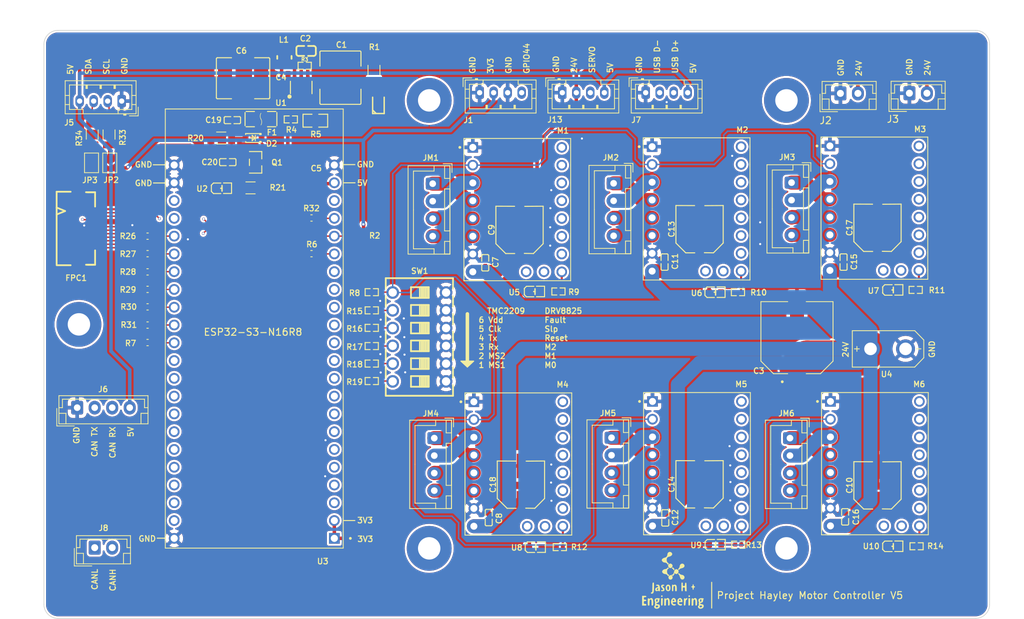
<source format=kicad_pcb>
(kicad_pcb (version 20211014) (generator pcbnew)
  (layers (0 "F.Cu" power) (1 "In1.Cu" signal) (2 "In2.Cu" signal) (31 "B.Cu" power) (34 "B.Paste" user) (35 "F.Paste" user) (36 "B.SilkS" user "B.Silkscreen") (37 "F.SilkS" user "F.Silkscreen") (38 "B.Mask" user) (39 "F.Mask" user) (44 "Edge.Cuts" user))
  (net 0 "")
  (net 1 "/24V")
  (net 2 "/3v3")
  (net 3 "GND")
  (net 4 "/P5")
  (net 5 "/P6")
  (net 6 "/P7")
  (net 7 "/P8")
  (net 8 "/P9")
  (net 9 "/P10")
  (net 10 "/P11")
  (net 11 "/P12")
  (net 12 "/P13")
  (net 13 "/P14")
  (net 14 "/P15")
  (net 15 "/P16")
  (net 16 "/SCL")
  (net 17 "/SDA")
  (net 18 "/USB_D+")
  (net 19 "/USB_D-")
  (net 20 "/MOSI")
  (net 21 "/MISO")
  (net 22 "/CLK")
  (net 23 "/SW")
  (net 24 "/CS6")
  (net 25 "/CS7")
  (net 26 "/CS8")
  (net 27 "/BST")
  (net 28 "/M22")
  (net 29 "/M21")
  (net 30 "/M23")
  (net 31 "/M24")
  (net 32 "/5V_reg")
  (net 33 "/CS12")
  (net 34 "/Spare_1")
  (net 35 "/CANL")
  (net 36 "/M32")
  (net 37 "/M31")
  (net 38 "/M33")
  (net 39 "/M34")
  (net 40 "/CANH")
  (net 41 "/M52")
  (net 42 "/M51")
  (net 43 "/M53")
  (net 44 "/M54")
  (net 45 "/INDEX_1")
  (net 46 "/M42")
  (net 47 "/M41")
  (net 48 "/M43")
  (net 49 "/M44")
  (net 50 "/INDEX_2")
  (net 51 "/M12")
  (net 52 "/M11")
  (net 53 "/M13")
  (net 54 "/M14")
  (net 55 "/INDEX_3")
  (net 56 "/CS9")
  (net 57 "/CS10")
  (net 58 "/CS11")
  (net 59 "/Servo")
  (net 60 "/INDEX_4")
  (net 61 "/INDEX_5")
  (net 62 "/INDEX_6")
  (net 63 "/DIAG_6")
  (net 64 "/DIAG_5")
  (net 65 "/DIAG_4")
  (net 66 "/DIAG_3")
  (net 67 "/DIAG_2")
  (net 68 "/DIAG_1")
  (net 69 "/EN")
  (net 70 "/FB")
  (net 71 "/MOSI_1")
  (net 72 "/CS12_1")
  (net 73 "/VDD_Fault")
  (net 74 "/TMC_EN_1")
  (net 75 "/TMC_EN_2")
  (net 76 "/TMC_EN_3")
  (net 77 "/TMC_EN_4")
  (net 78 "/TMC_EN_5")
  (net 79 "/TMC_EN_6")
  (net 80 "/CLK_SLP")
  (net 81 "/TX_Reset")
  (net 82 "/RX_M2")
  (net 83 "/MS2_M1")
  (net 84 "/MS1_M0")
  (net 85 "Net-(R1-Pad1)")
  (net 86 "/M62")
  (net 87 "/M61")
  (net 88 "/M63")
  (net 89 "/M64")
  (net 91 "Net-(R9-Pad2)")
  (net 92 "Net-(R10-Pad2)")
  (net 93 "Net-(R11-Pad2)")
  (net 94 "Net-(R12-Pad2)")
  (net 95 "Net-(R13-Pad2)")
  (net 96 "Net-(R14-Pad2)")
  (net 97 "Net-(JP2-Pad1)")
  (net 98 "Net-(JP3-Pad1)")
  (net 99 "/CAN_RX")
  (net 100 "/CAN_TX")
  (net 101 "/CS6_1")
  (net 102 "/CS7_1")
  (net 103 "/CS8_1")
  (net 104 "/CS9_1")
  (net 105 "/CS10_1")
  (net 106 "/CS11_1")
  (net 107 "/CLK_1")
  (net 108 "/5V")
  (net 109 "Net-(C20-Pad1)")
  (net 110 "Net-(R21-Pad2)")
  (footprint "5kR_250mW_yageo_RT1206BRD075KL_1206_C870818:RESC3116X65N" (layer "F.Cu") (at 124.1175 65.655 90)
    (fp_text reference "R1")
    (fp_text value "5kR, 0.25W")
  )
  (footprint "Capacitor_100uF_35V_75mA@120Hz_±20%_D6pt3xL5pt4mm_C3151830:Capacitor_100uF_35V_75mA@120Hz_±20%_D6pt3xL5pt4mm_C3151830" (layer "F.Cu") (at 144.9 88.5 90)
    (fp_text reference "C9")
    (fp_text value "RVT1V101M0605")
  )
  (footprint "Cap_MLCC_50V_22uF_X7R_2220_C784103:Cap_MLCC_50V_22uF_X7R_2220_C784103" (layer "F.Cu") (at 105.43 66.835 180)
    (fp_text reference "C6")
    (fp_text value "FS55X226K500EHG")
  )
  (footprint "33R_100mW_yageo_RC0603JR-0733RL_0603_C108407:RESC1608X55N" (layer "F.Cu") (at 91.8 91.9 180)
    (fp_text reference "R27")
    (fp_text value "33R, 0.1W")
  )
  (footprint "Resistor_ 100kΩ_62.5mW_50V_0402_C60491:Resistor_ 100kΩ_62.5mW_50V_0402_C60491" (layer "F.Cu") (at 123.8 97.4)
    (fp_text reference "R8")
    (fp_text value "RC0402FR-07100KL")
  )
  (footprint "Capacitor_100uF_35V_75mA@120Hz_±20%_D6pt3xL5pt4mm_C3151830:Capacitor_100uF_35V_75mA@120Hz_±20%_D6pt3xL5pt4mm_C3151830" (layer "F.Cu") (at 170.6 88.4 90)
    (fp_text reference "C13")
    (fp_text value "RVT1V101M0605")
  )
  (footprint "62.5mW_Resistor_50V_±1%_200Ω_0402_C25087:R0402" (layer "F.Cu") (at 201.45 97.075 180)
    (fp_text reference "R11")
    (fp_text value "0402WGF2000TCE")
  )
  (footprint "1kR_250mW_yageo_RC1206FR-071KL_1206_C131398:RESC3116X65N" (layer "F.Cu") (at 106.495 82.5 180)
    (fp_text reference "R21")
    (fp_text value "1kR, 0.25W")
  )
  (footprint "10kR_100mW_yageo_RC0603FR-0710KL_0603_C98220:RESC1607X60N" (layer "F.Cu") (at 121.9 89.4 180)
    (fp_text reference "R2")
    (fp_text value "10kR, 100mW")
  )
  (footprint "33R_100mW_yageo_RC0603JR-0733RL_0603_C108407:RESC1608X55N" (layer "F.Cu") (at 115.2 86.8 180)
    (fp_text reference "R32")
    (fp_text value "33R, 0.1W")
  )
  (footprint "470uF_35V_Alu_cap_panasonic_EEH-ZS1V471P_C403803:CAP_EEHZS1V471P" (layer "F.Cu") (at 184.5 103.9 90)
    (fp_text reference "C3")
    (fp_text value "470uF, 35V")
  )
  (footprint "33R_100mW_yageo_RC0603JR-0733RL_0603_C108407:RESC1608X55N" (layer "F.Cu") (at 115.2 91.9 180)
    (fp_text reference "R6")
    (fp_text value "33R, 0.1W")
  )
  (footprint "TDK cap_100nF_35V_C0402_C343047:C0402_L1.0-W0.5-H0.5" (layer "F.Cu") (at 103.245 78.825 180)
    (fp_text reference "C20")
    (fp_text value "CGA2B3X7R1V104KT0Y0F")
  )
  (footprint "62.5mW_Resistor_50V_±1%_200Ω_0402_C25087:R0402" (layer "F.Cu") (at 150.65 133.825 180)
    (fp_text reference "R12")
    (fp_text value "0402WGF2000TCE")
  )
  (footprint "Resistor_ 100kΩ_62.5mW_50V_0402_C60491:Resistor_ 100kΩ_62.5mW_50V_0402_C60491" (layer "F.Cu") (at 123.8 102.5)
    (fp_text reference "R16")
    (fp_text value "RC0402FR-07100KL")
  )
  (footprint "Blue_LED_5mA_456nm~476nm_130°_2.6V~3V_0603_C7371904:Blue_LED_5mA_456nm~476nm_130°_2.6V~3V_0603_C7371904" (layer "F.Cu") (at 147.025 97.3)
    (fp_text reference "U5")
    (fp_text value "XL-1608UBC-06A")
  )
  (footprint "Connector_JST:JST_EH_B2B-EH-A_1x02_P2.50mm_Vertical" (layer "F.Cu") (at 200.55 68.975)
    (fp_text reference "J3")
    (fp_text value "Conn_01x02_Female")
  )
  (footprint "5kR_250mW_yageo_RT1206BRD075KL_1206_C870818:RESC3116X65N" (layer "F.Cu") (at 86.3 74.88 90)
    (fp_text reference "R33")
    (fp_text value "5kR, 0.25W")
  )
  (footprint "Resistor_ 100kΩ_62.5mW_50V_0402_C60491:Resistor_ 100kΩ_62.5mW_50V_0402_C60491" (layer "F.Cu") (at 123.8 105.1)
    (fp_text reference "R17")
    (fp_text value "RC0402FR-07100KL")
  )
  (footprint "Resistor_ 100kΩ_62.5mW_50V_0402_C60491:Resistor_ 100kΩ_62.5mW_50V_0402_C60491" (layer "F.Cu") (at 123.8 110.1)
    (fp_text reference "R19")
    (fp_text value "RC0402FR-07100KL")
  )
  (footprint "Connector_JST:JST_PH_B4B-PH-K_1x04_P2.00mm_Vertical" (layer "F.Cu") (at 139.2 68.9)
    (fp_text reference "J1")
    (fp_text value "Conn_01x04_Female")
  )
  (footprint "33R_100mW_yageo_RC0603JR-0733RL_0603_C108407:RESC1608X55N" (layer "F.Cu") (at 91.8 104.6 180)
    (fp_text reference "R7")
    (fp_text value "33R, 0.1W")
  )
  (footprint "Connector_JST:JST_XH_B4B-XH-A_1x04_P2.50mm_Vertical" (layer "F.Cu") (at 132.725 118.25 -90)
    (fp_text reference "JM4")
    (fp_text value "Conn_01x04_Female")
  )
  (footprint "MountingHole:MountingHole_3.2mm_M3_Pad" (layer "F.Cu") (at 183 134)
    (fp_text reference "REF**" hide)
    (fp_text value "MountingHole_3.2mm_M3_Pad")
  )
  (footprint "TDK cap_100nF_35V_C0402_C343047:C0402_L1.0-W0.5-H0.5" (layer "F.Cu") (at 140.5 129.6 90)
    (fp_text reference "C8")
    (fp_text value "CGA2B3X7R1V104KT0Y0F")
  )
  (footprint "high_current_connector_amass_XT30UPB-M_C108769:XT30UPB-M" (layer "F.Cu") (at 197.5 105.5)
    (fp_text reference "U4")
    (fp_text value "XT30UPB-M")
  )
  (footprint "Resistor_ 100kΩ_62.5mW_50V_0402_C60491:Resistor_ 100kΩ_62.5mW_50V_0402_C60491" (layer "F.Cu") (at 123.8 107.6)
    (fp_text reference "R18")
    (fp_text value "RC0402FR-07100KL")
  )
  (footprint "62.5mW_Resistor_50V_±1%_200Ω_0402_C25087:R0402" (layer "F.Cu") (at 201.575 133.7 180)
    (fp_text reference "R14")
    (fp_text value "0402WGF2000TCE")
  )
  (footprint "MountingHole:MountingHole_3.2mm_M3_Pad" (layer "F.Cu") (at 183 70)
    (fp_text reference "REF**" hide)
    (fp_text value "MountingHole_3.2mm_M3_Pad")
  )
  (footprint "33R_100mW_yageo_RC0603JR-0733RL_0603_C108407:RESC1608X55N" (layer "F.Cu") (at 91.8 97 180)
    (fp_text reference "R29")
    (fp_text value "33R, 0.1W")
  )
  (footprint "Connector_JST:JST_XH_B4B-XH-A_1x04_P2.50mm_Vertical" (layer "F.Cu") (at 158.025 118.2 -90)
    (fp_text reference "JM5")
    (fp_text value "Conn_01x04_Female")
  )
  (footprint "Resistor_ 100kΩ_62.5mW_50V_0402_C60491:Resistor_ 100kΩ_62.5mW_50V_0402_C60491" (layer "F.Cu") (at 123.8 100)
    (fp_text reference "R15")
    (fp_text value "RC0402FR-07100KL")
  )
  (footprint "TMC2209_bigtreetech_V1_3:MODULE_TMC2209_SILENTSTEPSTICK" (layer "F.Cu") (at 195.6275 121.9)
    (fp_text reference "M6")
    (fp_text value "TMC2209_SILENTSTEPSTICK")
  )
  (footprint "100nf_cap_GCM155R71C104KA55J:CAPC1005X55N" (layer "F.Cu") (at 110.93 68.255 -90)
    (fp_text reference "C4")
    (fp_text value "GCM155R71C104KA55J")
  )
  (footprint "Capacitor_100uF_35V_75mA@120Hz_±20%_D6pt3xL5pt4mm_C3151830:Capacitor_100uF_35V_75mA@120Hz_±20%_D6pt3xL5pt4mm_C3151830" (layer "F.Cu") (at 196 88.2 90)
    (fp_text reference "C17")
    (fp_text value "RVT1V101M0605")
  )
  (footprint "TMC2209_bigtreetech_V1_3:MODULE_TMC2209_SILENTSTEPSTICK" (layer "F.Cu") (at 144.575 85.6025)
    (fp_text reference "M1")
    (fp_text value "TMC2209_SILENTSTEPSTICK")
  )
  (footprint "solder_jumpers:SolderJumper-2_P1.3mm_Open_TrianglePad1.0x1.5mm" (layer "F.Cu") (at 86.4 78.925 -90)
    (fp_text reference "JP2")
    (fp_text value "Jumper_2_Open")
  )
  (footprint "Capacitor_100uF_35V_75mA@120Hz_±20%_D6pt3xL5pt4mm_C3151830:Capacitor_100uF_35V_75mA@120Hz_±20%_D6pt3xL5pt4mm_C3151830" (layer "F.Cu") (at 145.1 124.9 90)
    (fp_text reference "C18")
    (fp_text value "RVT1V101M0605")
  )
  (footprint "ESP32-S3-DEVKITC-1-N8R2:XCVR_ESP32-S3-DEVKITC-1-N8R2" (layer "F.Cu") (at 107.0295 102.6 180)
    (fp_text reference "U3")
    (fp_text value "ESP32-S3-DEVKITC-1-N8R2")
  )
  (footprint "33R_100mW_yageo_RC0603JR-0733RL_0603_C108407:RESC1608X55N" (layer "F.Cu") (at 91.8 99.5 180)
    (fp_text reference "R30")
    (fp_text value "33R, 0.1W")
  )
  (footprint "Blue_LED_5mA_456nm~476nm_130°_2.6V~3V_0603_C7371904:Blue_LED_5mA_456nm~476nm_130°_2.6V~3V_0603_C7371904" (layer "F.Cu") (at 172.8 97.4)
    (fp_text reference "U6")
    (fp_text value "XL-1608UBC-06A")
  )
  (footprint "33R_100mW_yageo_RC0603JR-0733RL_0603_C108407:RESC1608X55N" (layer "F.Cu") (at 91.8 94.5 180)
    (fp_text reference "R28")
    (fp_text value "33R, 0.1W")
  )
  (footprint "TDK cap_100nF_35V_C0402_C343047:C0402_L1.0-W0.5-H0.5" (layer "F.Cu") (at 103.9025 72.825 180)
    (fp_text reference "C19")
    (fp_text value "CGA2B3X7R1V104KT0Y0F")
  )
  (footprint "Resistor_ 100kΩ_62.5mW_50V_0402_C60491:Resistor_ 100kΩ_62.5mW_50V_0402_C60491" (layer "F.Cu") (at 114.23 65.055)
    (fp_text reference "R3")
    (fp_text value "RC0402FR-07100KL")
  )
  (footprint "Blue_LED_5mA_456nm~476nm_130°_2.6V~3V_0603_C7371904:Blue_LED_5mA_456nm~476nm_130°_2.6V~3V_0603_C7371904" (layer "F.Cu") (at 198.175 97.075)
    (fp_text reference "U7")
    (fp_text value "XL-1608UBC-06A")
  )
  (footprint "Resistor_19kΩ_0.125W_150V_0805_C2930177:Resistor_19kΩ_0.125W_150V_0805_C2930177" (layer "F.Cu") (at 115.7475 72.9)
    (fp_text reference "R5")
    (fp_text value "FRC0805F1902TS")
  )
  (footprint "Connector_JST:JST_PH_B4B-PH-K_1x04_P2.00mm_Vertical" (layer "F.Cu") (at 151 68.9)
    (fp_text reference "J13")
    (fp_text value "Conn_01x04_Female")
  )
  (footprint "100nf_16V_MLCC_GRM155R71C104KA88D_C71629:CAPC1005X55N" (layer "F.Cu") (at 115.975 81.465 90)
    (fp_text reference "C5")
    (fp_text value "0.1uF, 16V")
  )
  (footprint "MountingHole:MountingHole_3.2mm_M3_Pad" (layer "F.Cu") (at 132 134)
    (fp_text reference "REF**" hide)
    (fp_text value "MountingHole_3.2mm_M3_Pad")
  )
  (footprint "TMC2209_bigtreetech_V1_3:MODULE_TMC2209_SILENTSTEPSTICK" (layer "F.Cu") (at 170.2275 121.9)
    (fp_text reference "M5")
    (fp_text value "TMC2209_SILENTSTEPSTICK")
  )
  (footprint "Inductor_10uH_1pt6A_2x2pt5mm_C5832376:Inductor_10uH_1pt6A_2x2pt5mm_C5832376" (layer "F.Cu") (at 111.33 63.855 -90)
    (fp_text reference "L1")
    (fp_text value "FTC252012S100MBCA")
  )
  (footprint "Resistor_ 100kΩ_62.5mW_50V_0402_C60491:Resistor_ 100kΩ_62.5mW_50V_0402_C60491" (layer "F.Cu") (at 112.2475 72.72)
    (fp_text reference "R4")
    (fp_text value "RC0402FR-07100KL")
  )
  (footprint "Bel_Fuse_0ZCJ0020FF2E_30V_200mA_10A_400mA_1206_Resettable_Fuses_C6964258.pretty:F1206" (layer "F.Cu") (at 107.985 72.675 180)
    (fp_text reference "F1")
    (fp_text value "0ZCJ0020FF2E")
  )
  (footprint "TDK cap_100nF_35V_C0402_C343047:C0402_L1.0-W0.5-H0.5" (layer "F.Cu") (at 140 93.2 90)
    (fp_text reference "C7")
    (fp_text value "CGA2B3X7R1V104KT0Y0F")
  )
  (footprint "BZT52C5V6S_5.2V_to_6V_200mW_5.6V_SOD-323_Zener_Diodes_C19077441:SOD-323_L1.7-W1.3-LS2.6-RD" (layer "F.Cu") (at 106.9275 75.375 180)
    (fp_text reference "D2")
    (fp_text value "BZT52C5V6S_C19077441")
  )
  (footprint "Connector_JST:JST_EH_B2B-EH-A_1x02_P2.50mm_Vertical" (layer "F.Cu") (at 190.7 69)
    (fp_text reference "J2")
    (fp_text value "Conn_01x02_Female")
  )
  (footprint "62.5mW_Resistor_50V_±1%_200Ω_0402_C25087:R0402" (layer "F.Cu") (at 176.125 133.475 180)
    (fp_text reference "R13")
    (fp_text value "0402WGF2000TCE")
  )
  (footprint "62.5mW_Resistor_50V_±1%_200Ω_0402_C25087:R0402" (layer "F.Cu") (at 176.075 97.4 180)
    (fp_text reference "R10")
    (fp_text value "0402WGF2000TCE")
  )
  (footprint "solder_jumpers:SolderJumper-2_P1.3mm_Open_TrianglePad1.0x1.5mm" (layer "F.Cu") (at 83.8 78.925 -90)
    (fp_text reference "JP3")
    (fp_text value "Jumper_2_Open")
  )
  (footprint "Connector_JST:JST_PH_B4B-PH-K_1x04_P2.00mm_Vertical" (layer "F.Cu") (at 88.1 70.1 180)
    (fp_text reference "J5")
    (fp_text value "Conn_01x04_Female")
  )
  (footprint "Connector_JST:JST_XH_B4B-XH-A_1x04_P2.50mm_Vertical" (layer "F.Cu") (at 183.725 81.75 -90)
    (fp_text reference "JM3")
    (fp_text value "Conn_01x04_Female")
  )
  (footprint "Step-down_800mA_4.5V_to_40V_SOT-23-6_C2844924:SOT-23-6_L2.9-W1.6-P0.95-LS2.8-BL" (layer "F.Cu") (at 113.73 68.155)
    (fp_text reference "U1")
    (fp_text value "TP6841S6-A")
  )
  (footprint "62.5mW_Resistor_50V_±1%_200Ω_0402_C25087:R0402" (layer "F.Cu") (at 150.45 97.3 180)
    (fp_text reference "R9")
    (fp_text value "0402WGF2000TCE")
  )
  (footprint "5kR_250mW_yageo_RT1206BRD075KL_1206_C870818:RESC3116X65N" (layer "F.Cu") (at 83.9 74.88 90)
    (fp_text reference "R34")
    (fp_text value "5kR, 0.25W")
  )
  (footprint "Connector_JST:JST_EH_B4B-EH-A_1x04_P2.50mm_Vertical" (layer "F.Cu") (at 81.75 113.9)
    (fp_text reference "J6")
    (fp_text value "Conn_01x04_Female")
  )
  (footprint "MLCC_Yageo_50V_100nF_X7R_±10%_0603_C14663:MLCC_Yageo_50V_100nF_X7R_±10%_0603_C14663" (layer "F.Cu") (at 114.43 62.935 180)
    (fp_text reference "C2")
    (fp_text value "CC0603KRX7R9BB104")
  )
  (footprint "TMC2209_bigtreetech_V1_3:MODULE_TMC2209_SILENTSTEPSTICK" (layer "F.Cu") (at 195.5525 85.4)
    (fp_text reference "M3")
    (fp_text value "TMC2209_SILENTSTEPSTICK")
  )
  (footprint "TMC2209_bigtreetech_V1_3:MODULE_TMC2209_SILENTSTEPSTICK" (layer "F.Cu") (at 144.7275 121.95)
    (fp_text reference "M4")
    (fp_text value "TMC2209_SILENTSTEPSTICK")
  )
  (footprint "Connector_JST:JST_XH_B4B-XH-A_1x04_P2.50mm_Vertical" (layer "F.Cu") (at 132.5 81.9 -90)
    (fp_text reference "JM1")
    (fp_text value "Conn_01x04_Female")
  )
  (footprint "Connector_JST:JST_PH_B4B-PH-K_1x04_P2.00mm_Vertical" (layer "F.Cu") (at 162.9 68.9)
    (fp_text reference "J7")
    (fp_text value "Conn_01x04_Female")
  )
  (footprint "green_LED_wurth_150060GS75000_0603_C5252984:LEDC1608X80N" (layer "F.Cu") (at 124.75 70.3 90)
    (fp_text reference "LED1" hide)
    (fp_text value "Green")
  )
  (footprint "Blue_LED_5mA_456nm~476nm_130°_2.6V~3V_0603_C7371904:Blue_LED_5mA_456nm~476nm_130°_2.6V~3V_0603_C7371904" (layer "F.Cu") (at 147.15 133.825)
    (fp_text reference "U8")
    (fp_text value "XL-1608UBC-06A")
  )
  (footprint "Connector_JST:JST_EH_B2B-EH-A_1x02_P2.50mm_Vertical" (layer "F.Cu") (at 84.25 133.9)
    (fp_text reference "J8")
    (fp_text value "Conn_01x02_Female")
  )
  (footprint "Capacitor_100uF_35V_75mA@120Hz_±20%_D6pt3xL5pt4mm_C3151830:Capacitor_100uF_35V_75mA@120Hz_±20%_D6pt3xL5pt4mm_C3151830" (layer "F.Cu") (at 170.6 124.85 90)
    (fp_text reference "C14")
    (fp_text value "RVT1V101M0605")
  )
  (footprint "TDK cap_100nF_35V_C0402_C343047:C0402_L1.0-W0.5-H0.5" (layer "F.Cu") (at 165.6 93.1 90)
    (fp_text reference "C11")
    (fp_text value "CGA2B3X7R1V104KT0Y0F")
  )
  (footprint "Blue_LED_5mA_456nm~476nm_130°_2.6V~3V_0603_C7371904:Blue_LED_5mA_456nm~476nm_130°_2.6V~3V_0603_C7371904" (layer "F.Cu") (at 102.345 82.55)
    (fp_text reference "U2")
    (fp_text value "XL-1608UBC-06A")
  )
  (footprint "Connector_JST:JST_XH_B4B-XH-A_1x04_P2.50mm_Vertical" (layer "F.Cu") (at 183.5 118.25 -90)
    (fp_text reference "JM6")
    (fp_text value "Conn_01x04_Female")
  )
  (footprint "Blue_LED_5mA_456nm~476nm_130°_2.6V~3V_0603_C7371904:Blue_LED_5mA_456nm~476nm_130°_2.6V~3V_0603_C7371904" (layer "F.Cu") (at 172.825 133.475)
    (fp_text reference "U9")
    (fp_text value "XL-1608UBC-06A")
  )
  (footprint "MountingHole:MountingHole_3.2mm_M3_Pad" (layer "F.Cu") (at 82 102)
    (fp_text reference "REF**" hide)
    (fp_text value "MountingHole_3.2mm_M3_Pad")
  )
  (footprint "6_SPST_Through_Hole_DIP_C99416:6_SPST_Through_Hole_DIP_C99416" (layer "F.Cu") (at 130.6 103.8 90)
    (fp_text reference "SW1")
    (fp_text value "DSWB06LHGET")
  )
  (footprint "Cap_MLCC_50V_22uF_X7R_2220_C784103:Cap_MLCC_50V_22uF_X7R_2220_C784103" (layer "F.Cu") (at 119.33 66.755 -90)
    (fp_text reference "C1")
    (fp_text value "FS55X226K500EHG")
  )
  (footprint "my_logo:my_logo_10mm" (layer "F.Cu") (at 166.8 138.575)
    (fp_text reference "G***" hide)
    (fp_text value "LOGO" hide)
  )
  (footprint "1kR_250mW_yageo_RC1206FR-071KL_1206_C131398:RESC3116X65N" (layer "F.Cu") (at 102.315 75.375 180)
    (fp_text reference "R20")
    (fp_text value "1kR, 0.25W")
  )
  (footprint "33R_100mW_yageo_RC0603JR-0733RL_0603_C108407:RESC1608X55N" (layer "F.Cu") (at 91.8 89.4 180)
    (fp_text reference "R26")
    (fp_text value "33R, 0.1W")
  )
  (footprint "TDK cap_100nF_35V_C0402_C343047:C0402_L1.0-W0.5-H0.5" (layer "F.Cu") (at 165.7 129.65 90)
    (fp_text reference "C12")
    (fp_text value "CGA2B3X7R1V104KT0Y0F")
  )
  (footprint "TDK cap_100nF_35V_C0402_C343047:C0402_L1.0-W0.5-H0.5" (layer "F.Cu") (at 191.375 129.5 90)
    (fp_text reference "C16")
    (fp_text value "CGA2B3X7R1V104KT0Y0F")
  )
  (footprint "TMC2209_bigtreetech_V1_3:MODULE_TMC2209_SILENTSTEPSTICK" (layer "F.Cu") (at 170.175 85.5025)
    (fp_text reference "M2")
    (fp_text value "TMC2209_SILENTSTEPSTICK")
  )
  (footprint "33R_100mW_yageo_RC0603JR-0733RL_0603_C108407:RESC1608X55N" (layer "F.Cu") (at 91.8 102.1 180)
    (fp_text reference "R31")
    (fp_text value "33R, 0.1W")
  )
  (footprint "Capacitor_100uF_35V_75mA@120Hz_±20%_D6pt3xL5pt4mm_C3151830:Capacitor_100uF_35V_75mA@120Hz_±20%_D6pt3xL5pt4mm_C3151830" (layer "F.Cu") (at 196 125 90)
    (fp_text reference "C10")
    (fp_text value "RVT1V101M0605")
  )
  (footprint "KY_MAC97A8-23-3L_10mA_800V_SOT-23-3L_Thyristors_SCR_C2831929:SOT-23-3_L2.9-W1.6-P1.90-LS2.8-BL-A" (layer "F.Cu") (at 107.22 78.85 -90)
    (fp_text reference "Q1")
    (fp_text value "MAC97A8-23-3L")
  )
  (footprint "FFC_conn_Flip type_12P_P=0.5mm_C262661:FFC_conn_Flip type_12P_P=0.5mm_C262661" (layer "F.Cu") (at 83.3175 88.3 -90)
    (fp_text reference "FPC1")
    (fp_text value "AFC01-S12FCA-00")
  )
  (footprint "Blue_LED_5mA_456nm~476nm_130°_2.6V~3V_0603_C7371904:Blue_LED_5mA_456nm~476nm_130°_2.6V~3V_0603_C7371904" (layer "F.Cu") (at 198.175 133.7)
    (fp_text reference "U10")
    (fp_text value "XL-1608UBC-06A")
  )
  (footprint "TDK cap_100nF_35V_C0402_C343047:C0402_L1.0-W0.5-H0.5" (layer "F.Cu") (at 191.15 93.1 90)
    (fp_text reference "C15")
    (fp_text value "CGA2B3X7R1V104KT0Y0F")
  )
  (footprint "MountingHole:MountingHole_3.2mm_M3_Pad" (layer "F.Cu") (at 132 70)
    (fp_text reference "REF**" hide)
    (fp_text value "MountingHole_3.2mm_M3_Pad")
  )
  (footprint "Connector_JST:JST_XH_B4B-XH-A_1x04_P2.50mm_Vertical" (layer "F.Cu") (at 158.325 81.85 -90)
    (fp_text reference "JM2")
    (fp_text value "Conn_01x04_Female")
  )
  (gr_line (start 92.6125 79.2) (end 94.2375 79.2) (layer "F.SilkS") (width 0.15))
  (gr_line (start 119.7625 79.175) (end 121.3875 79.175) (layer "F.SilkS") (width 0.15))
  (gr_line (start 92.6375 81.8) (end 94.2625 81.8) (layer "F.SilkS") (width 0.15))
  (gr_line (start 94.275 132.55) (end 93.175 132.55) (layer "F.SilkS") (width 0.15))
  (gr_line (start 119.7875 81.775) (end 121.4125 81.775) (layer "F.SilkS") (width 0.15))
  (gr_line (start 119.7625 130.025) (end 121.3875 130.025) (layer "F.SilkS") (width 0.15))
  (gr_poly (pts (xy 137.45 108.1) (xy 136.525 107.25) (xy 138.35 107.25)) (layer "F.SilkS") (width 0.15) (fill solid))
  (gr_line (start 172.325 138.85) (end 172.325 142.525) (layer "F.SilkS") (width 0.15))
  (gr_line (start 137.45 100.5) (end 137.45 107.625) (layer "F.SilkS") (width 0.5))
  (gr_arc (start 210 60) (mid 211.414214 60.585786) (end 212 62) (layer "Edge.Cuts") (width 0.1))
  (gr_line (start 210 60) (end 79 60) (layer "Edge.Cuts") (width 0.1))
  (gr_arc (start 79 144) (mid 77.585786 143.414214) (end 77 142) (layer "Edge.Cuts") (width 0.1))
  (gr_line (start 212 62) (end 212 142) (layer "Edge.Cuts") (width 0.1))
  (gr_arc (start 77 62) (mid 77.585786 60.585786) (end 79 60) (layer "Edge.Cuts") (width 0.1))
  (gr_arc (start 212 142) (mid 211.414214 143.414214) (end 210 144) (layer "Edge.Cuts") (width 0.1))
  (gr_line (start 210 144) (end 79 144) (layer "Edge.Cuts") (width 0.1))
  (gr_line (start 77 62) (end 77 142) (layer "Edge.Cuts") (width 0.1))
  (gr_text "GND\n\nUSB D-\n\nUSB D+\n\n5V" (at 165.825 66.225 90) (layer "F.SilkS") (effects (font (size 0.8 0.8)) (justify left)))
  (gr_text "5V\n\nSDA\n\nSCL\n\nGND" (at 84.65 66.4 90) (layer "F.SilkS") (effects (font (size 0.8 0.8)) (justify left)))
  (gr_text "GND\n\n24V" (at 201.85 66.55 90) (layer "F.SilkS") (effects (font (size 0.8 0.8)) (justify left)))
  (gr_text "GND" (at 91.225 79.175) (layer "F.SilkS") (effects (font (size 0.8 0.8))))
  (gr_text "GND\n\n24V\n\nSERVO\n\n5V" (at 153.975 66.175 90) (layer "F.SilkS") (effects (font (size 0.8 0.8)) (justify left)))
  (gr_text "  TMC2209	DRV8825\n6 Vdd		Fault\n5 Clk		Slp\n4 Tx		Reset\n3 Rx		M2\n2 MS2		M1\n1 MS1		M0" (at 138.975 103.95) (layer "F.SilkS") (effects (font (size 0.8 0.8)) (justify left)))
  (gr_text "GND" (at 203.775 105.55 90) (layer "F.SilkS") (effects (font (size 0.8 0.8))))
  (gr_text "GND" (at 91.225 81.825) (layer "F.SilkS") (effects (font (size 0.8 0.8))))
  (gr_text "3V3" (at 122.85 130) (layer "F.SilkS") (effects (font (size 0.8 0.8))))
  (gr_text "CANL\n\nCANH" (at 85.55 136.85 90) (layer "F.SilkS") (effects (font (size 0.8 0.8)) (justify right)))
  (gr_text "24V" (at 191.45 105.6 90) (layer "F.SilkS") (effects (font (size 0.8 0.8))))
  (gr_text "GND" (at 122.9 79.15) (layer "F.SilkS") (effects (font (size 0.8 0.8))))
  (gr_text "ESP32-S3-N16R8" (at 106.85 103.1) (layer "F.SilkS") (effects (font (size 1 1))))
  (gr_text "5V" (at 122.45 81.8) (layer "F.SilkS") (effects (font (size 0.8 0.8))))
  (gr_text "GND\n\nCAN TX\n\nCAN RX\n\n5V" (at 85.525 116.525 90) (layer "F.SilkS") (effects (font (size 0.8 0.8)) (justify right)))
  (gr_text "GND\n\n3V3\n\nGND\n\nGPIO44" (at 142.05 66.275 90) (layer "F.SilkS") (effects (font (size 0.8 0.8)) (justify left)))
  (gr_text "GND" (at 91.75 132.625) (layer "F.SilkS") (effects (font (size 0.8 0.8))))
  (gr_text "GND\n\n24V" (at 192.05 66.625 90) (layer "F.SilkS") (effects (font (size 0.8 0.8)) (justify left)))
  (gr_text "3V3" (at 122.875 132.675) (layer "F.SilkS") (effects (font (size 0.8 0.8))))
  (gr_text "Project Hayley Motor Controller V5" (at 186.35 140.725) (layer "F.SilkS") (effects (font (size 1 1))))
  (segment (start 141.4925 94.4925) (end 138.225 94.4925) (width 2) (layer "F.Cu") (net 1))
  (segment (start 117.27 64.175) (end 116.03 62.935) (width 0.5) (layer "F.Cu") (net 1))
  (segment (start 153 68.9) (end 153 70.5) (width 0.5) (layer "F.Cu") (net 1))
  (segment (start 194.6 63.95) (end 201.25 63.95) (width 0.5) (layer "F.Cu") (net 1))
  (segment (start 195 105.5) (end 193.7 106.8) (width 5) (layer "F.Cu") (net 1))
  (segment (start 170.6 127.7) (end 167.51 130.79) (width 2) (layer "F.Cu") (net 1))
  (segment (start 141.86 130.84) (end 138.3775 130.84) (width 2) (layer "F.Cu") (net 1))
  (segment (start 201.25 63.95) (end 203.05 65.75) (width 0.5) (layer "F.Cu") (net 1))
  (segment (start 143.13 92.87) (end 141.5 94.5) (width 2) (layer "F.Cu") (net 1))
  (segment (start 153 70.5) (end 147.4 76.1) (width 0.5) (layer "F.Cu") (net 1))
  (segment (start 141.5 94.5) (end 141.4925 94.4925) (width 2) (layer "F.Cu") (net 1))
  (segment (start 196 90.87) (end 192.58 94.29) (width 2) (layer "F.Cu") (net 1))
  (segment (start 153 65.7) (end 151.475 64.175) (width 0.5) (layer "F.Cu") (net 1))
  (segment (start 113.73 64.76) (end 113.73 67.005) (width 0.5) (layer "F.Cu") (net 1))
  (segment (start 115.13 62.935) (end 115.13 63.36) (width 0.5) (layer "F.Cu") (net 1))
  (segment (start 193.7 106.8) (end 185.95 106.8) (width 5) (layer "F.Cu") (net 1))
  (segment (start 170.6 91.07) (end 170.03 91.07) (width 2) (layer "F.Cu") (net 1))
  (segment (start 170.6 127.52) (end 170.6 127.7) (width 2) (layer "F.Cu") (net 1))
  (segment (start 116.03 62.935) (end 115.13 62.935) (width 0.5) (layer "F.Cu") (net 1))
  (segment (start 170.03 91.07) (end 166.7075 94.3925) (width 2) (layer "F.Cu") (net 1))
  (segment (start 153 68.9) (end 153 65.875) (width 0.5) (layer "F.Cu") (net 1))
  (segment (start 193.2 65.35) (end 194.6 63.95) (width 0.5) (layer "F.Cu") (net 1))
  (segment (start 145.1 127.6) (end 141.86 130.84) (width 2) (layer "F.Cu") (net 1))
  (segment (start 196 127.67) (end 195.93 127.67) (width 2) (layer "F.Cu") (net 1))
  (segment (start 191.875 64.125) (end 193.2 65.45) (width 0.5) (layer "F.Cu") (net 1))
  (segment (start 193.65 93.22) (end 196 90.87) (width 2) (layer "F.Cu") (net 1))
  (segment (start 143.2 92.87) (end 144.9 91.17) (width 2) (layer "F.Cu") (net 1))
  (segment (start 151.475 64.175) (end 124.1175 64.175) (width 0.5) (layer "F.Cu") (net 1))
  (segment (start 195.93 127.67) (end 192.81 130.79) (width 2) (layer "F.Cu") (net 1))
  (segment (start 192.81 130.79) (end 189.2775 130.79) (width 2) (layer "F.Cu") (net 1))
  (segment (start 203.05 65.75) (end 203.05 68.975) (width 0.5) (layer "F.Cu") (net 1))
  (segment (start 115.13 63.36) (end 113.73 64.76) (width 0.5) (layer "F.Cu") (net 1))
  (segment (start 147.4 76.1) (end 147.4 88.67) (width 0.5) (layer "F.Cu") (net 1))
  (segment (start 185.95 106.8) (end 184.5 108.25) (width 5) (layer "F.Cu") (net 1))
  (segment (start 143.2 92.87) (end 143.13 92.87) (width 2) (layer "F.Cu") (net 1))
  (segment (start 193.2 65.45) (end 193.2 69) (width 0.5) (layer "F.Cu") (net 1))
  (segment (start 166.7075 94.3925) (end 163.825 94.3925) (width 2) (layer "F.Cu") (net 1))
  (segment (start 192.58 94.29) (end 189.2025 94.29) (width 2) (layer "F.Cu") (net 1))
  (segment (start 119.33 64.175) (end 117.27 64.175) (width 0.5) (layer "F.Cu") (net 1))
  (segment (start 167.51 130.79) (end 163.8775 130.79) (width 2) (layer "F.Cu") (net 1))
  (segment (start 193.2 69) (end 193.2 65.35) (width 0.5) (layer "F.Cu") (net 1))
  (segment (start 153 68.9) (end 153 65.7) (width 0.5) (layer "F.Cu") (net 1))
  (segment (start 147.4 88.67) (end 144.9 91.17) (width 0.5) (layer "F.Cu") (net 1))
  (segment (start 154.75 64.125) (end 191.875 64.125) (width 0.5) (layer "F.Cu") (net 1))
  (segment (start 153 65.875) (end 154.75 64.125) (width 0.5) (layer "F.Cu") (net 1))
  (segment (start 124.1175 64.175) (end 119.33 64.175) (width 0.5) (layer "F.Cu") (net 1))
  (segment (start 195 105.5) (end 145.3 105.5) (width 2) (layer "B.Cu") (net 1))
  (segment (start 195 105.5) (end 187.6 98.1) (width 2) (layer "B.Cu") (net 1))
  (segment (start 193.3 107.5) (end 170.6 107.5) (width 2) (layer "B.Cu") (net 1))
  (segment (start 143.425 107.375) (end 143.425 127.675) (width 2) (layer "B.Cu") (net 1))
  (segment (start 191.41 130.79) (end 189.2775 130.79) (width 2) (layer "B.Cu") (net 1))
  (segment (start 195 105.5) (end 193.3 107.2) (width 2) (layer "B.Cu") (net 1))
  (segment (start 189.2025 97.1025) (end 189.2025 94.29) (width 2) (layer "B.Cu") (net 1))
  (segment (start 195 105.5) (end 192.6 105.5) (width 2) (layer "B.Cu") (net 1))
  (segment (start 187.6 98.1) (end 165.9 98.1) (width 2) (layer "B.Cu") (net 1))
  (segment (start 193.3 107.2) (end 193.3 107.5) (width 2) (layer "B.Cu") (net 1))
  (segment (start 143.425 127.675) (end 140.26 130.84) (width 2) (layer "B.Cu") (net 1))
  (segment (start 167.5 129.4) (end 166.11 130.79) (width 2) (layer "B.Cu") (net 1))
  (segment (start 165.9 98.1) (end 163.825 96.025) (width 2) (layer "B.Cu") (net 1))
  (segment (start 195 127.2) (end 191.41 130.79) (width 2) (layer "B.Cu") (net 1))
  (segment (start 167.5 110.6) (end 167.5 129.4) (width 2) (layer "B.Cu") (net 1))
  (segment (start 192.6 105.5) (end 186.7 99.6) (width 2) (layer "B.Cu") (net 1))
  (segment (start 170.6 107.5) (end 167.5 110.6) (width 2) (layer "B.Cu") (net 1))
  (segment (start 145.3 105.5) (end 143.425 107.375) (width 2) (layer "B.Cu") (net 1))
  (segment (start 166.11 130.79) (end 163.8775 130.79) (width 2) (layer "B.Cu") (net 1))
  (segment (start 195 102.9) (end 189.2025 97.1025) (width 2) (layer "B.Cu") (net 1))
  (segment (start 140.26 130.84) (end 138.3775 130.84) (width 2) (layer "B.Cu") (net 1))
  (segment (start 195 105.5) (end 195 127.2) (width 2) (layer "B.Cu") (net 1))
  (segment (start 195 105.5) (end 195 102.9) (width 2) (layer "B.Cu") (net 1))
  (segment (start 145.25 99.6) (end 140.1425 94.4925) (width 2) (layer "B.Cu") (net 1))
  (segment (start 140.1425 94.4925) (end 138.225 94.4925) (width 2) (layer "B.Cu") (net 1))
  (segment (start 186.7 99.6) (end 145.25 99.6) (width 2) (layer "B.Cu") (net 1))
  (segment (start 163.825 96.025) (end 163.825 94.3925) (width 2) (layer "B.Cu") (net 1))
  (segment (start 123.37 131.83) (end 122.63 132.57) (width 0.5) (layer "F.Cu") (net 2))
  (segment (start 88.85 79.65) (end 86.4 79.65) (width 0.5) (layer "F.Cu") (net 2))
  (segment (start 83.8 79.65) (end 86.4 79.65) (width 0.5) (layer "F.Cu") (net 2))
  (segment (start 122.63 132.57) (end 118.4595 132.57) (width 0.5) (layer "F.Cu") (net 2))
  (segment (start 123.37 97.4) (end 123.37 131.83) (width 0.5) (layer "F.Cu") (net 2))
  (segment (start 122.635 87.735) (end 122.6 87.7) (width 0.5) (layer "F.Cu") (net 2))
  (segment (start 123.37 97.4) (end 123.37 90.135) (width 0.5) (layer "F.Cu") (net 2))
  (segment (start 118.4595 130.03) (end 118.4595 132.57) (width 0.5) (layer "F.Cu") (net 2))
  (segment (start 122.635 89.4) (end 122.635 87.735) (width 0.5) (layer "F.Cu") (net 2))
  (segment (start 123.37 90.135) (end 122.635 89.4) (width 0.5) (layer "F.Cu") (net 2))
  (segment (start 89 79.5) (end 88.85 79.65) (width 0.5) (layer "F.Cu") (net 2))
  (via (at 89 79.5) (size 0.4) (drill 0.3) (layers "F.Cu" "B.Cu") (net 2))
  (via (at 122.6 87.7) (size 0.4) (drill 0.3) (layers "F.Cu" "B.Cu") (net 2))
  (segment (start 141.2 70.1) (end 141.2 68.9) (width 0.5) (layer "B.Cu") (net 2))
  (segment (start 122.6 75.7) (end 92.8 75.7) (width 0.5) (layer "B.Cu") (net 2))
  (segment (start 139.85 71.45) (end 141.2 70.1) (width 0.5) (layer "B.Cu") (net 2))
  (segment (start 122.6 75.7) (end 124 74.3) (width 0.5) (layer "B.Cu") (net 2))
  (segment (start 124 74.3) (end 135.05 74.3) (width 0.5) (layer "B.Cu") (net 2))
  (segment (start 92.8 75.7) (end 89 79.5) (width 0.5) (layer "B.Cu") (net 2))
  (segment (start 137.9 71.45) (end 139.85 71.45) (width 0.5) (layer "B.Cu") (net 2))
  (segment (start 122.6 87.7) (end 122.6 75.7) (width 0.5) (layer "B.Cu") (net 2))
  (segment (start 135.05 74.3) (end 137.9 71.45) (width 0.5) (layer "B.Cu") (net 2))
  (segment (start 140.5 129.05) (end 139.1275 129.05) (width 0.3) (layer "F.Cu") (net 3))
  (segment (start 165.7 129.1) (end 164.7275 129.1) (width 0.3) (layer "F.Cu") (net 3))
  (segment (start 191.15 92.55) (end 190.0025 92.55) (width 0.3) (layer "F.Cu") (net 3))
  (segment (start 83.075 87.55) (end 84.6575 87.55) (width 0.3) (layer "F.Cu") (net 3))
  (segment (start 140 92.65) (end 138.9225 92.65) (width 0.3) (layer "F.Cu") (net 3))
  (segment (start 138.9225 92.65) (end 138.225 91.9525) (width 0.3) (layer "F.Cu") (net 3))
  (segment (start 164.5225 92.55) (end 163.825 91.8525) (width 0.3) (layer "F.Cu") (net 3))
  (segment (start 165.6 92.55) (end 164.5225 92.55) (width 0.3) (layer "F.Cu") (net 3))
  (segment (start 89.35 87.55) (end 89.625 87.825) (width 0.3) (layer "F.Cu") (net 3))
  (segment (start 191.375 128.95) (end 189.9775 128.95) (width 0.3) (layer "F.Cu") (net 3))
  (segment (start 139.1275 129.05) (end 138.3775 128.3) (width 0.3) (layer "F.Cu") (net 3))
  (segment (start 189.9775 128.95) (end 189.2775 128.25) (width 0.3) (layer "F.Cu") (net 3))
  (segment (start 190.0025 92.55) (end 189.2025 91.75) (width 0.3) (layer "F.Cu") (net 3))
  (segment (start 84.6575 87.55) (end 89.35 87.55) (width 0.3) (layer "F.Cu") (net 3))
  (segment (start 164.7275 129.1) (end 163.8775 128.25) (width 0.3) (layer "F.Cu") (net 3))
  (segment (start 82.75 87.875) (end 83.075 87.55) (width 0.3) (layer "F.Cu") (net 3))
  (via (at 149.425 122.025) (size 0.4) (drill 0.3) (layers "F.Cu" "B.Cu") (net 3))
  (via (at 149.4 124.6) (size 0.4) (drill 0.3) (layers "F.Cu" "B.Cu") (net 3))
  (via (at 149.45 127.2) (size 0.4) (drill 0.3) (layers "F.Cu" "B.Cu") (net 3))
  (via (at 125.025 106.25) (size 0.4) (drill 0.3) (layers "F.Cu" "B.Cu") (net 3))
  (via (at 174.875 119.4) (size 0.4) (drill 0.3) (layers "F.Cu" "B.Cu") (net 3))
  (via (at 149.275 90.75) (size 0.4) (drill 0.3) (layers "F.Cu" "B.Cu") (net 3))
  (via (at 128.45 103.825) (size 0.4) (drill 0.3) (layers "F.Cu" "B.Cu") (net 3))
  (via (at 128.375 101.15) (size 0.4) (drill 0.3) (layers "F.Cu" "B.Cu") (net 3))
  (via (at 174.975 122.15) (size 0.4) (drill 0.3) (layers "F.Cu" "B.Cu") (net 3))
  (via (at 179.25 87.425) (size 0.4) (drill 0.3) (layers "F.Cu" "B.Cu") (net 3))
  (via (at 175 124.525) (size 0.4) (drill 0.3) (layers "F.Cu" "B.Cu") (net 3))
  (via (at 117.15 123.7) (size 0.4) (drill 0.3) (layers "F.Cu" "B.Cu") (net 3))
  (via (at 82.75 87.875) (size 0.4) (drill 0.3) (layers "F.Cu" "B.Cu") (net 3))
  (via (at 149.425 82.825) (size 0.4) (drill 0.3) (layers "F.Cu" "B.Cu") (net 3))
  (via (at 125.075 101.325) (size 0.4) (drill 0.3) (layers "F.Cu" "B.Cu") (net 3))
  (via (at 174.975 127.15) (size 0.4) (drill 0.3) (layers "F.Cu" "B.Cu") (net 3))
  (via (at 125.05 103.775) (size 0.4) (drill 0.3) (layers "F.Cu" "B.Cu") (net 3))
  (via (at 128.475 106.325) (size 0.4) (drill 0.3) (layers "F.Cu" "B.Cu") (net 3))
  (via (at 128.575 108.85) (size 0.4) (drill 0.3) (layers "F.Cu" "B.Cu") (net 3))
  (via (at 179.25 90.525) (size 0.4) (drill 0.3) (layers "F.Cu" "B.Cu") (net 3))
  (via (at 149.275 88.125) (size 0.4) (drill 0.3) (layers "F.Cu" "B.Cu") (net 3))
  (via (at 149.3 85.4) (size 0.4) (drill 0.3) (layers "F.Cu" "B.Cu") (net 3))
  (via (at 125 98.65) (size 0.4) (drill 0.3) (layers "F.Cu" "B.Cu") (net 3))
  (via (at 89.625 87.825) (size 0.4) (drill 0.3) (layers "F.Cu" "B.Cu") (net 3))
  (via (at 175.25 77.925) (size 0.4) (drill 0.3) (layers "F.Cu" "B.Cu") (net 3))
  (via (at 153.8 75.45) (size 0.4) (drill 0.3) (layers "F.Cu" "B.Cu") (net 3))
  (via (at 117.2 118.55) (size 0.4) (drill 0.3) (layers "F.Cu" "B.Cu") (net 3))
  (via (at 165.9 70.25) (size 0.4) (drill 0.3) (layers "F.Cu" "B.Cu") (net 3))
  (via (at 97.55 89.85) (size 0.4) (drill 0.3) (layers "F.Cu" "B.Cu") (net 3))
  (via (at 125.075 108.875) (size 0.4) (drill 0.3) (layers "F.Cu" "B.Cu") (net 3))
  (segment (start 86.3 73.4) (end 86.3 70.3) (width 0.2) (layer "F.Cu") (net 16))
  (segment (start 86.3 70.3) (end 86.1 70.1) (width 0.2) (layer "F.Cu") (net 16))
  (segment (start 83.9 70.3) (end 84.1 70.1) (width 0.2) (layer "F.Cu") (net 17))
  (segment (start 83.9 73.4) (end 83.9 70.3) (width 0.2) (layer "F.Cu") (net 17))
  (segment (start 113.6 91.9) (end 114.38 91.9) (width 0.2) (layer "F.Cu") (net 20))
  (segment (start 92.65 86.05) (end 84.6575 86.05) (width 0.2) (layer "F.Cu") (net 20))
  (segment (start 100.36 88.39) (end 110.09 88.39) (width 0.2) (layer "F.Cu") (net 20))
  (segment (start 93.5 86.9) (end 92.65 86.05) (width 0.2) (layer "F.Cu") (net 20))
  (segment (start 110.09 88.39) (end 113.6 91.9) (width 0.2) (layer "F.Cu") (net 20))
  (segment (start 99.75 89) (end 100.36 88.39) (width 0.2) (layer "F.Cu") (net 20))
  (via (at 99.75 89) (size 0.4) (drill 0.3) (layers "F.Cu" "B.Cu") (net 20))
  (via (at 93.5 86.9) (size 0.4) (drill 0.3) (layers "F.Cu" "B.Cu") (net 20))
  (segment (start 111.500122 89.39) (end 110.210122 88.1) (width 0.2) (layer "F.Cu") (net 21))
  (segment (start 118.4595 89.39) (end 111.500122 89.39) (width 0.2) (layer "F.Cu") (net 21))
  (segment (start 118.4595 89.39) (end 121.155 89.39) (width 0.2) (layer "F.Cu") (net 21))
  (segment (start 110.210122 88.1) (end 92.175 88.1) (width 0.2) (layer "F.Cu") (net 21))
  (segment (start 92.175 88.1) (end 90.625 86.55) (width 0.2) (layer "F.Cu") (net 21))
  (segment (start 90.625 86.55) (end 84.6575 86.55) (width 0.2) (layer "F.Cu") (net 21))
  (segment (start 121.155 89.39) (end 121.165 89.4) (width 0.2) (layer "F.Cu") (net 21))
  (segment (start 99.8 86.95) (end 100.66 87.81) (width 0.2) (layer "F.Cu") (net 22))
  (segment (start 84.6575 87.05) (end 82.55 87.05) (width 0.2) (layer "F.Cu") (net 22))
  (segment (start 100.66 87.81) (end 112.59 87.81) (width 0.2) (layer "F.Cu") (net 22))
  (segment (start 113.6 86.8) (end 114.38 86.8) (width 0.2) (layer "F.Cu") (net 22))
  (segment (start 82.55 87.05) (end 82.5 87) (width 0.2) (layer "F.Cu") (net 22))
  (segment (start 112.59 87.81) (end 113.6 86.8) (width 0.2) (layer "F.Cu") (net 22))
  (via (at 82.5 87) (size 0.4) (drill 0.3) (layers "F.Cu" "B.Cu") (net 22))
  (via (at 99.8 86.95) (size 0.4) (drill 0.3) (layers "F.Cu" "B.Cu") (net 22))
  (segment (start 110.93 67.823) (end 110.93 65.285) (width 0.5) (layer "F.Cu") (net 23))
  (segment (start 112.48 64.885) (end 111.33 64.885) (width 0.5) (layer "F.Cu") (net 23))
  (segment (start 112.78 67.005) (end 112.78 65.185) (width 0.5) (layer "F.Cu") (net 23))
  (segment (start 110.93 65.285) (end 111.33 64.885) (width 0.5) (layer "F.Cu") (net 23))
  (segment (start 112.78 65.185) (end 112.48 64.885) (width 0.5) (layer "F.Cu") (net 23))
  (segment (start 90.98 89.4) (end 88.6 89.4) (width 0.2) (layer "F.Cu") (net 24))
  (segment (start 87.25 88.05) (end 84.6575 88.05) (width 0.2) (layer "F.Cu") (net 24))
  (segment (start 88.6 89.4) (end 87.25 88.05) (width 0.2) (layer "F.Cu") (net 24))
  (segment (start 90.4 91.9) (end 90.98 91.9) (width 0.2) (layer "F.Cu") (net 25))
  (segment (start 89.99 91.200122) (end 89.99 91.49) (width 0.2) (layer "F.Cu") (net 25))
  (segment (start 87.339878 88.55) (end 89.99 91.200122) (width 0.2) (layer "F.Cu") (net 25))
  (segment (start 89.99 91.49) (end 90.4 91.9) (width 0.2) (layer "F.Cu") (net 25))
  (segment (start 84.6575 88.55) (end 87.339878 88.55) (width 0.2) (layer "F.Cu") (net 25))
  (segment (start 87.429756 89.05) (end 89.7 91.320244) (width 0.2) (layer "F.Cu") (net 26))
  (segment (start 89.7 94.2) (end 90 94.5) (width 0.2) (layer "F.Cu") (net 26))
  (segment (start 90 94.5) (end 90.98 94.5) (width 0.2) (layer "F.Cu") (net 26))
  (segment (start 89.7 91.320244) (end 89.7 94.2) (width 0.2) (layer "F.Cu") (net 26))
  (segment (start 84.6575 89.05) (end 87.429756 89.05) (width 0.2) (layer "F.Cu") (net 26))
  (segment (start 110.93 69.035) (end 110.93 68.687) (width 0.5) (layer "F.Cu") (net 27))
  (segment (start 112.78 69.305) (end 111.2 69.305) (width 0.5) (layer "F.Cu") (net 27))
  (segment (start 111.2 69.305) (end 110.93 69.035) (width 0.5) (layer "F.Cu") (net 27))
  (segment (start 158.4025 86.7725) (end 158.325 86.85) (width 2) (layer "F.Cu") (net 28))
  (segment (start 163.825 86.7725) (end 158.4025 86.7725) (width 2) (layer "F.Cu") (net 28))
  (segment (start 159.95 81.85) (end 158.325 81.85) (width 2) (layer "F.Cu") (net 29))
  (segment (start 162.3325 84.2325) (end 159.95 81.85) (width 2) (layer "F.Cu") (net 29))
  (segment (start 163.825 84.2325) (end 162.3325 84.2325) (width 2) (layer "F.Cu") (net 29))
  (segment (start 163.0075 81.6925) (end 160.35 84.35) (width 2) (layer "B.Cu") (net 30))
  (segment (start 163.825 81.6925) (end 163.0075 81.6925) (width 2) (layer "B.Cu") (net 30))
  (segment (start 160.35 84.35) (end 158.325 84.35) (width 2) (layer "B.Cu") (net 30))
  (segment (start 163.825 89.3125) (end 158.3625 89.3125) (width 2) (layer "F.Cu") (net 31))
  (segment (start 158.3625 89.3125) (end 158.325 89.35) (width 2) (layer "F.Cu") (net 31))
  (segment (start 109.435 70.44) (end 109.435 72.675) (width 0.5) (layer "F.Cu") (net 32))
  (segment (start 108.01 69.015) (end 109.435 70.44) (width 0.5) (layer "F.Cu") (net 32))
  (segment (start 109.435 72.675) (end 109.48 72.72) (width 0.5) (layer "F.Cu") (net 32))
  (segment (start 108.01 66.835) (end 108.01 69.015) (width 0.5) (layer "F.Cu") (net 32))
  (segment (start 82.1 70.1) (end 82.1 65.125) (width 0.5) (layer "F.Cu") (net 32))
  (segment (start 84.975 62.25) (end 106.88 62.25) (width 0.5) (layer "F.Cu") (net 32))
  (segment (start 82.1 65.125) (end 84.975 62.25) (width 0.5) (layer "F.Cu") (net 32))
  (segment (start 111.33 62.825) (end 108.565 62.825) (width 0.5) (layer "F.Cu") (net 32))
  (segment (start 111.8175 78.51) (end 115.2045 81.897) (width 0.5) (layer "F.Cu") (net 32))
  (segment (start 111.8175 72.72) (end 111.8175 78.51) (width 0.5) (layer "F.Cu") (net 32))
  (segment (start 108.01 63.38) (end 108.01 66.835) (width 0.5) (layer "F.Cu") (net 32))
  (segment (start 118.3325 81.897) (end 116.3475 81.897) (width 0.5) (layer "F.Cu") (net 32))
  (segment (start 115.2045 81.897) (end 116.3475 81.897) (width 0.5) (layer "F.Cu") (net 32))
  (segment (start 106.88 62.25) (end 108.01 63.38) (width 0.5) (layer "F.Cu") (net 32))
  (segment (start 108.565 62.825) (end 108.01 63.38) (width 0.5) (layer "F.Cu") (net 32))
  (segment (start 109.48 72.72) (end 111.8175 72.72) (width 0.5) (layer "F.Cu") (net 32))
  (segment (start 158.675 65.925) (end 157 67.6) (width 0.5) (layer "B.Cu") (net 32))
  (segment (start 157 68.9) (end 157 67.7) (width 0.5) (layer "B.Cu") (net 32))
  (segment (start 157 67.7) (end 155.4 66.1) (width 0.5) (layer "B.Cu") (net 32))
  (segment (start 157 67.6) (end 157 68.9) (width 0.5) (layer "B.Cu") (net 32))
  (segment (start 168.9 67.6) (end 167.225 65.925) (width 0.5) (layer "B.Cu") (net 32))
  (segment (start 168.9 68.9) (end 168.9 67.6) (width 0.5) (layer "B.Cu") (net 32))
  (segment (start 86.575 77.175) (end 86.575 105.825) (width 0.5) (layer "B.Cu") (net 32))
  (segment (start 82.2 66.1) (end 82.1 66.2) (width 0.5) (layer "B.Cu") (net 32))
  (segment (start 167.225 65.925) (end 158.675 65.925) (width 0.5) (layer "B.Cu") (net 32))
  (segment (start 89.25 108.5) (end 89.25 113.9) (width 0.5) (layer "B.Cu") (net 32))
  (segment (start 82.1 66.2) (end 82.1 70.1) (width 0.5) (layer "B.Cu") (net 32))
  (segment (start 82.1 72.7) (end 86.575 77.175) (width 0.5) (layer "B.Cu") (net 32))
  (segment (start 82.1 70.1) (end 82.1 72.7) (width 0.5) (layer "B.Cu") (net 32))
  (segment (start 86.575 105.825) (end 89.25 108.5) (width 0.5) (layer "B.Cu") (net 32))
  (segment (start 155.4 66.1) (end 82.2 66.1) (width 0.5) (layer "B.Cu") (net 32))
  (segment (start 84.6575 91.05) (end 87.789268 91.05) (width 0.2) (layer "F.Cu") (net 33))
  (segment (start 88.51 104.21) (end 88.9 104.6) (width 0.2) (layer "F.Cu") (net 33))
  (segment (start 87.789268 91.05) (end 88.51 91.770732) (width 0.2) (layer "F.Cu") (net 33))
  (segment (start 88.9 104.6) (end 90.98 104.6) (width 0.2) (layer "F.Cu") (net 33))
  (segment (start 88.51 91.770732) (end 88.51 104.21) (width 0.2) (layer "F.Cu") (net 33))
  (segment (start 189.2025 86.67) (end 183.805 86.67) (width 2) (layer "F.Cu") (net 36))
  (segment (start 183.805 86.67) (end 183.725 86.75) (width 2) (layer "F.Cu") (net 36))
  (segment (start 185.75 81.75) (end 183.725 81.75) (width 2) (layer "F.Cu") (net 37))
  (segment (start 188.13 84.13) (end 185.75 81.75) (width 2) (layer "F.Cu") (net 37))
  (segment (start 189.2025 84.13) (end 188.13 84.13) (width 2) (layer "F.Cu") (net 37))
  (segment (start 189.2025 81.59) (end 188.21 81.59) (width 2) (layer "B.Cu") (net 38))
  (segment (start 188.21 81.59) (end 185.55 84.25) (width 2) (layer "B.Cu") (net 38))
  (segment (start 185.55 84.25) (end 183.725 84.25) (width 2) (layer "B.Cu") (net 38))
  (segment (start 183.765 89.21) (end 183.725 89.25) (width 2) (layer "F.Cu") (net 39))
  (segment (start 189.2025 89.21) (end 183.765 89.21) (width 2) (layer "F.Cu") (net 39))
  (segment (start 158.055 123.17) (end 158.025 123.2) (width 2) (layer "F.Cu") (net 41))
  (segment (start 163.8775 123.17) (end 158.055 123.17) (width 2) (layer "F.Cu") (net 41))
  (segment (start 162.63 120.63) (end 160.2 118.2) (width 2) (layer "F.Cu") (net 42))
  (segment (start 163.8775 120.63) (end 162.63 120.63) (width 2) (layer "F.Cu") (net 42))
  (segment (start 160.2 118.2) (end 158.025 118.2) (width 2) (layer "F.Cu") (net 42))
  (segment (start 162.41 118.09) (end 159.8 120.7) (width 2) (layer "B.Cu") (net 43))
  (segment (start 159.8 120.7) (end 158.025 120.7) (width 2) (layer "B.Cu") (net 43))
  (segment (start 163.8775 118.09) (end 162.41 118.09) (width 2) (layer "B.Cu") (net 43))
  (segment (start 158.035 125.71) (end 158.025 125.7) (width 2) (layer "F.Cu") (net 44))
  (segment (start 163.8775 125.71) (end 158.035 125.71) (width 2) (layer "F.Cu") (net 44))
  (segment (start 132.755 123.22) (end 132.725 123.25) (width 2) (layer "F.Cu") (net 46))
  (segment (start 138.3775 123.22) (end 132.755 123.22) (width 2) (layer "F.Cu") (net 46))
  (segment (start 137.28 120.68) (end 134.85 118.25) (width 2) (layer "F.Cu") (net 47))
  (segment (start 134.85 118.25) (end 132.725 118.25) (width 2) (layer "F.Cu") (net 47))
  (segment (start 138.3775 120.68) (end 137.28 120.68) (width 2) (layer "F.Cu") (net 47))
  (segment (start 137.46 118.14) (end 134.85 120.75) (width 2) (layer "B.Cu") (net 48))
  (segment (start 134.85 120.75) (end 132.725 120.75) (width 2) (layer "B.Cu") (net 48))
  (segment (start 138.3775 118.14) (end 137.46 118.14) (width 2) (layer "B.Cu") (net 48))
  (segment (start 132.735 125.76) (end 132.725 125.75) (width 2) (layer "F.Cu") (net 49))
  (segment (start 138.3775 125.76) (end 132.735 125.76) (width 2) (layer "F.Cu") (net 49))
  (segment (start 138.225 86.8725) (end 132.5275 86.8725) (width 2) (layer "F.Cu") (net 51))
  (segment (start 132.5275 86.8725) (end 132.5 86.9) (width 2) (layer "F.Cu") (net 51))
  (segment (start 137.4325 84.3325) (end 135 81.9) (width 2) (layer "F.Cu") (net 52))
  (segment (start 135 81.9) (end 132.5 81.9) (width 2) (layer "F.Cu") (net 52))
  (segment (start 138.225 84.3325) (end 137.4325 84.3325) (width 2) (layer "F.Cu") (net 52))
  (segment (start 138.225 81.7925) (end 136.5075 81.7925) (width 2) (layer "B.Cu") (net 53))
  (segment (start 136.5075 81.7925) (end 133.9 84.4) (width 2) (layer "B.Cu") (net 53))
  (segment (start 133.9 84.4) (end 132.5 84.4) (width 2) (layer "B.Cu") (net 53))
  (segment (start 138.225 89.4125) (end 132.5125 89.4125) (width 2) (layer "F.Cu") (net 54))
  (segment (start 132.5125 89.4125) (end 132.5 89.4) (width 2) (layer "F.Cu") (net 54))
  (segment (start 89.8 97) (end 90.98 97) (width 0.2) (layer "F.Cu") (net 56))
  (segment (start 89.41 96.61) (end 89.8 97) (width 0.2) (layer "F.Cu") (net 56))
  (segment (start 87.519634 89.55) (end 89.41 91.440366) (width 0.2) (layer "F.Cu") (net 56))
  (segment (start 84.6575 89.55) (end 87.519634 89.55) (width 0.2) (layer "F.Cu") (net 56))
  (segment (start 89.41 91.440366) (end 89.41 96.61) (width 0.2) (layer "F.Cu") (net 56))
  (segment (start 87.609512 90.05) (end 89.1 91.540488) (width 0.2) (layer "F.Cu") (net 57))
  (segment (start 84.6575 90.05) (end 87.609512 90.05) (width 0.2) (layer "F.Cu") (net 57))
  (segment (start 89.1 99.1) (end 89.5 99.5) (width 0.2) (layer "F.Cu") (net 57))
  (segment (start 89.1 91.540488) (end 89.1 99.1) (width 0.2) (layer "F.Cu") (net 57))
  (segment (start 89.5 99.5) (end 90.98 99.5) (width 0.2) (layer "F.Cu") (net 57))
  (segment (start 87.69939 90.55) (end 88.8 91.65061) (width 0.2) (layer "F.Cu") (net 58))
  (segment (start 88.8 91.65061) (end 88.8 101.7) (width 0.2) (layer "F.Cu") (net 58))
  (segment (start 84.6575 90.55) (end 87.69939 90.55) (width 0.2) (layer "F.Cu") (net 58))
  (segment (start 89.2 102.1) (end 90.98 102.1) (width 0.2) (layer "F.Cu") (net 58))
  (segment (start 88.8 101.7) (end 89.2 102.1) (width 0.2) (layer "F.Cu") (net 58))
  (segment (start 114.66 66.985) (end 114.68 67.005) (width 0.5) (layer "F.Cu") (net 69))
  (segment (start 114.66 65.055) (end 114.66 66.985) (width 0.5) (layer "F.Cu") (net 69))
  (segment (start 113.445 72.72) (end 112.6775 72.72) (width 0.5) (layer "F.Cu") (net 70))
  (segment (start 113.625 72.9) (end 113.445 72.72) (width 0.5) (layer "F.Cu") (net 70))
  (segment (start 114.68 72.8325) (end 114.7475 72.9) (width 0.5) (layer "F.Cu") (net 70))
  (segment (start 114.7275 72.88) (end 114.7475 72.9) (width 0.5) (layer "F.Cu") (net 70))
  (segment (start 114.68 69.305) (end 114.68 72.8325) (width 0.5) (layer "F.Cu") (net 70))
  (segment (start 114.7475 72.9) (end 113.625 72.9) (width 0.5) (layer "F.Cu") (net 70))
  (segment (start 118.4595 91.93) (end 116.05 91.93) (width 0.2) (layer "F.Cu") (net 71))
  (segment (start 116.05 91.93) (end 116.02 91.9) (width 0.2) (layer "F.Cu") (net 71))
  (segment (start 92.65 104.63) (end 92.62 104.6) (width 0.2) (layer "F.Cu") (net 72))
  (segment (start 95.5995 104.63) (end 92.65 104.63) (width 0.2) (layer "F.Cu") (net 72))
  (segment (start 126.74 97.4) (end 126.79 97.45) (width 0.2) (layer "F.Cu") (net 73))
  (segment (start 124.23 97.4) (end 126.74 97.4) (width 0.2) (layer "F.Cu") (net 73))
  (segment (start 180.175 130.35) (end 177 133.525) (width 0.2) (layer "B.Cu") (net 73))
  (segment (start 131.4 95.225) (end 135.775 95.225) (width 0.2) (layer "B.Cu") (net 73))
  (segment (start 126.79 80.46) (end 128 79.25) (width 0.2) (layer "B.Cu") (net 73))
  (segment (start 177 133.525) (end 153.975 133.525) (width 0.2) (layer "B.Cu") (net 73))
  (segment (start 126.79 97.45) (end 126.79 80.46) (width 0.2) (layer "B.Cu") (net 73))
  (segment (start 136.2 132.575) (end 137.15 133.525) (width 0.2) (layer "B.Cu") (net 73))
  (segment (start 161.4 78.4) (end 162.1525 79.1525) (width 0.2) (layer "B.Cu") (net 73))
  (segment (start 161.4 75.5) (end 161.4 78.4) (width 0.2) (layer "B.Cu") (net 73))
  (segment (start 138.225 79.2525) (end 147.5975 79.2525) (width 0.2) (layer "B.Cu") (net 73))
  (segment (start 189.2775 115.55) (end 180.95 115.55) (width 0.2) (layer "B.Cu") (net 73))
  (segment (start 136.2 130.35) (end 136.2 132.575) (width 0.2) (layer "B.Cu") (net 73))
  (segment (start 135.25 129.4) (end 136.2 130.35) (width 0.2) (layer "B.Cu") (net 73))
  (segment (start 129.175 97.45) (end 131.4 95.225) (width 0.2) (layer "B.Cu") (net 73))
  (segment (start 187.85 79.05) (end 189.2025 79.05) (width 0.2) (layer "B.Cu") (net 73))
  (segment (start 186.85 78.05) (end 187.85 79.05) (width 0.2) (layer "B.Cu") (net 73))
  (segment (start 148.55 75) (end 149.25 74.3) (width 0.2) (layer "B.Cu") (net 73))
  (segment (start 163.825 79.1525) (end 172.6975 79.1525) (width 0.2) (layer "B.Cu") (net 73))
  (segment (start 129.725 116.275) (end 129.725 127.875) (width 0.2) (layer "B.Cu") (net 73))
  (segment (start 128.0025 79.2525) (end 138.225 79.2525) (width 0.2) (layer "B.Cu") (net 73))
  (segment (start 180.95 115.55) (end 180.175 116.325) (width 0.2) (layer "B.Cu") (net 73))
  (segment (start 149.25 74.3) (end 160.2 74.3) (width 0.2) (layer "B.Cu") (net 73))
  (segment (start 141.25 100.7) (end 141.25 114.825) (width 0.2) (layer "B.Cu") (net 73))
  (segment (start 180.175 116.325) (end 180.175 130.35) (width 0.2) (layer "B.Cu") (net 73))
  (segment (start 174.05 74.95) (end 174.6 74.4) (width 0.2) (layer "B.Cu") (net 73))
  (segment (start 162.1525 79.1525) (end 163.825 79.1525) (width 0.2) (layer "B.Cu") (net 73))
  (segment (start 172.6975 79.1525) (end 174.05 77.8) (width 0.2) (layer "B.Cu") (net 73))
  (segment (start 186.1 74.4) (end 186.85 75.15) (width 0.2) (layer "B.Cu") (net 73))
  (segment (start 155.475 116.75) (end 156.675 115.55) (width 0.2) (layer "B.Cu") (net 73))
  (segment (start 160.2 74.3) (end 161.4 75.5) (width 0.2) (layer "B.Cu") (net 73))
  (segment (start 140.475 115.6) (end 138.3775 115.6) (width 0.2) (layer "B.Cu") (net 73))
  (segment (start 155.475 132.025) (end 155.475 116.75) (width 0.2) (layer "B.Cu") (net 73))
  (segment (start 129.725 127.875) (end 131.25 129.4) (width 0.2) (layer "B.Cu") (net 73))
  (segment (start 126.79 97.45) (end 129.175 97.45) (width 0.2) (layer "B.Cu") (net 73))
  (segment (start 147.5975 79.2525) (end 148.55 78.3) (width 0.2) (layer "B.Cu") (net 73))
  (segment (start 174.6 74.4) (end 186.1 74.4) (width 0.2) (layer "B.Cu") (net 73))
  (segment (start 135.775 95.225) (end 141.25 100.7) (width 0.2) (layer "B.Cu") (net 73))
  (segment (start 131.25 129.4) (end 135.25 129.4) (width 0.2) (layer "B.Cu") (net 73))
  (segment (start 153.975 133.525) (end 155.475 132.025) (width 0.2) (layer "B.Cu") (net 73))
  (segment (start 174.05 77.8) (end 174.05 74.95) (width 0.2) (layer "B.Cu") (net 73))
  (segment (start 130.4 115.6) (end 129.725 116.275) (width 0.2) (layer "B.Cu") (net 73))
  (segment (start 141.25 114.825) (end 140.475 115.6) (width 0.2) (layer "B.Cu") (net 73))
  (segment (start 148.55 78.3) (end 148.55 75) (width 0.2) (layer "B.Cu") (net 73))
  (segment (start 138.3775 115.6) (end 130.4 115.6) (width 0.2) (layer "B.Cu") (net 73))
  (segment (start 137.15 133.525) (end 153.975 133.525) (width 0.2) (layer "B.Cu") (net 73))
  (segment (start 128 79.25) (end 128.0025 79.2525) (width 0.2) (layer "B.Cu") (net 73))
  (segment (start 156.675 115.55) (end 163.8775 115.55) (width 0.2) (layer "B.Cu") (net 73))
  (segment (start 186.85 75.15) (end 186.85 78.05) (width 0.2) (layer "B.Cu") (net 73))
  (segment (start 150.925 94.4925) (end 150.925 97.12) (width 0.3) (layer "F.Cu") (net 74))
  (segment (start 150.925 97.12) (end 150.875 97.17) (width 0.3) (layer "F.Cu") (net 74))
  (segment (start 176.525 94.3925) (end 176.525 97.32) (width 0.3) (layer "F.Cu") (net 75))
  (segment (start 176.525 97.32) (end 176.475 97.37) (width 0.3) (layer "F.Cu") (net 75))
  (segment (start 201.9025 94.29) (end 201.9025 97.0475) (width 0.3) (layer "F.Cu") (net 76))
  (segment (start 151.0775 130.84) (end 151.0775 133.6975) (width 0.3) (layer "F.Cu") (net 77))
  (segment (start 151.0775 133.6975) (end 151.1 133.72) (width 0.3) (layer "F.Cu") (net 77))
  (segment (start 176.5775 130.79) (end 176.5775 133.3925) (width 0.3) (layer "F.Cu") (net 78))
  (segment (start 176.5775 133.3925) (end 176.5 133.47) (width 0.3) (layer "F.Cu") (net 78))
  (segment (start 201.9775 130.79) (end 201.9775 133.5175) (width 0.3) (layer "F.Cu") (net 79))
  (segment (start 201.9775 133.5175) (end 201.975 133.52) (width 0.3) (layer "F.Cu") (net 79))
  (segment (start 124.23 100) (end 126.78 100) (width 0.2) (layer "F.Cu") (net 80))
  (segment (start 126.78 100) (end 126.79 99.99) (width 0.2) (layer "F.Cu") (net 80))
  (segment (start 126.76 102.5) (end 126.79 102.53) (width 0.2) (layer "F.Cu") (net 81))
  (segment (start 124.23 102.5) (end 126.76 102.5) (width 0.2) (layer "F.Cu") (net 81))
  (segment (start 124.23 105.1) (end 126.76 105.1) (width 0.2) (layer "F.Cu") (net 82))
  (segment (start 126.76 105.1) (end 126.79 105.07) (width 0.2) (layer "F.Cu") (net 82))
  (segment (start 126.78 107.6) (end 126.79 107.61) (width 0.2) (layer "F.Cu") (net 83))
  (segment (start 124.23 107.6) (end 126.78 107.6) (width 0.2) (layer "F.Cu") (net 83))
  (segment (start 126.74 110.1) (end 126.79 110.15) (width 0.2) (layer "F.Cu") (net 84))
  (segment (start 124.23 110.1) (end 126.74 110.1) (width 0.2) (layer "F.Cu") (net 84))
  (segment (start 124.375 68.875) (end 124.375 67.3925) (width 0.5) (layer "F.Cu") (net 85))
  (segment (start 124.375 67.3925) (end 124.1175 67.135) (width 0.5) (layer "F.Cu") (net 85))
  (segment (start 124.755 69.255) (end 124.375 68.875) (width 0.5) (layer "F.Cu") (net 85))
  (segment (start 189.2775 123.17) (end 183.58 123.17) (width 2) (layer "F.Cu") (net 86))
  (segment (start 183.58 123.17) (end 183.5 123.25) (width 2) (layer "F.Cu") (net 86))
  (segment (start 189.2775 120.63) (end 187.93 120.63) (width 2) (layer "F.Cu") (net 87))
  (segment (start 187.93 120.63) (end 185.55 118.25) (width 2) (layer "F.Cu") (net 87))
  (segment (start 185.55 118.25) (end 183.5 118.25) (width 2) (layer "F.Cu") (net 87))
  (segment (start 187.81 118.09) (end 185.15 120.75) (width 2) (layer "B.Cu") (net 88))
  (segment (start 185.15 120.75) (end 183.5 120.75) (width 2) (layer "B.Cu") (net 88))
  (segment (start 189.2775 118.09) (end 187.81 118.09) (width 2) (layer "B.Cu") (net 88))
  (segment (start 189.2775 125.71) (end 183.54 125.71) (width 2) (layer "F.Cu") (net 89))
  (segment (start 183.54 125.71) (end 183.5 125.75) (width 2) (layer "F.Cu") (net 89))
  (segment (start 150.02 97.3) (end 147.875 97.3) (width 0.3) (layer "F.Cu") (net 91))
  (segment (start 175.645 97.4) (end 173.65 97.4) (width 0.3) (layer "F.Cu") (net 92))
  (segment (start 201.02 97.075) (end 199.025 97.075) (width 0.3) (layer "F.Cu") (net 93))
  (segment (start 150.22 133.825) (end 148 133.825) (width 0.3) (layer "F.Cu") (net 94))
  (segment (start 175.695 133.475) (end 173.675 133.475) (width 0.3) (layer "F.Cu") (net 95))
  (segment (start 201.145 133.7) (end 199.025 133.7) (width 0.3) (layer "F.Cu") (net 96))
  (segment (start 86.4 76.46) (end 86.3 76.36) (width 0.5) (layer "F.Cu") (net 97))
  (segment (start 86.4 78.2) (end 86.4 76.46) (width 0.5) (layer "F.Cu") (net 97))
  (segment (start 83.8 78.2) (end 83.8 76.46) (width 0.5) (layer "F.Cu") (net 98))
  (segment (start 83.8 76.46) (end 83.9 76.36) (width 0.5) (layer "F.Cu") (net 98))
  (segment (start 92.63 89.39) (end 92.62 89.4) (width 0.2) (layer "F.Cu") (net 101))
  (segment (start 95.5995 89.39) (end 92.63 89.39) (width 0.2) (layer "F.Cu") (net 101))
  (segment (start 92.65 91.93) (end 92.62 91.9) (width 0.2) (layer "F.Cu") (net 102))
  (segment (start 95.5995 91.93) (end 92.65 91.93) (width 0.2) (layer "F.Cu") (net 102))
  (segment (start 92.65 94.47) (end 92.62 94.5) (width 0.2) (layer "F.Cu") (net 103))
  (segment (start 95.5995 94.47) (end 92.65 94.47) (width 0.2) (layer "F.Cu") (net 103))
  (segment (start 92.63 97.01) (end 92.62 97) (width 0.2) (layer "F.Cu") (net 104))
  (segment (start 95.5995 97.01) (end 92.63 97.01) (width 0.2) (layer "F.Cu") (net 104))
  (segment (start 92.67 99.55) (end 92.62 99.5) (width 0.2) (layer "F.Cu") (net 105))
  (segment (start 95.5995 99.55) (end 92.67 99.55) (width 0.2) (layer "F.Cu") (net 105))
  (segment (start 92.63 102.09) (end 92.62 102.1) (width 0.2) (layer "F.Cu") (net 106))
  (segment (start 95.5995 102.09) (end 92.63 102.09) (width 0.2) (layer "F.Cu") (net 106))
  (segment (start 118.4595 86.85) (end 116.07 86.85) (width 0.2) (layer "F.Cu") (net 107))
  (segment (start 116.07 86.85) (end 116.02 86.8) (width 0.2) (layer "F.Cu") (net 107))
  (segment (start 108.0675 75.06) (end 106.535 73.5275) (width 0.3) (layer "F.Cu") (net 108))
  (segment (start 97.9 76.325) (end 93.65 76.325) (width 0.3) (layer "F.Cu") (net 108))
  (segment (start 107.975 83.925) (end 107.425 84.475) (width 0.3) (layer "F.Cu") (net 108))
  (segment (start 106.535 72.675) (end 105.535 72.675) (width 0.3) (layer "F.Cu") (net 108))
  (segment (start 107.425 84.475) (end 99.95 84.475) (width 0.3) (layer "F.Cu") (net 108))
  (segment (start 91.875 78.1) (end 91.875 83.1) (width 0.3) (layer "F.Cu") (net 108))
  (segment (start 106.535 73.5275) (end 106.535 72.675) (width 0.3) (layer "F.Cu") (net 108))
  (segment (start 99.3 83.825) (end 99.3 77.725) (width 0.3) (layer "F.Cu") (net 108))
  (segment (start 107.975 81.1875) (end 107.975 82.5) (width 0.3) (layer "F.Cu") (net 108))
  (segment (start 91.875 83.1) (end 89.425 85.55) (width 0.3) (layer "F.Cu") (net 108))
  (segment (start 108.45 76.4675) (end 108.0675 76.085) (width 0.3) (layer "F.Cu") (net 108))
  (segment (start 108.0675 75.375) (end 108.0675 75.06) (width 0.3) (layer "F.Cu") (net 108))
  (segment (start 99.95 84.475) (end 99.3 83.825) (width 0.3) (layer "F.Cu") (net 108))
  (segment (start 108.0675 76.085) (end 108.0675 75.375) (width 0.3) (layer "F.Cu") (net 108))
  (segment (start 108.45 78.85) (end 108.45 76.4675) (width 0.3) (layer "F.Cu") (net 108))
  (segment (start 105.535 72.675) (end 105.385 72.825) (width 0.3) (layer "F.Cu") (net 108))
  (segment (start 99.3 77.725) (end 97.9 76.325) (width 0.3) (layer "F.Cu") (net 108))
  (segment (start 107.975 82.5) (end 107.975 83.925) (width 0.3) (layer "F.Cu") (net 108))
  (segment (start 93.65 76.325) (end 91.875 78.1) (width 0.3) (layer "F.Cu") (net 108))
  (segment (start 89.425 85.55) (end 84.6575 85.55) (width 0.3) (layer "F.Cu") (net 108))
  (segment (start 105.385 72.825) (end 104.4525 72.825) (width 0.3) (layer "F.Cu") (net 108))
  (segment (start 108.45 80.7125) (end 107.975 81.1875) (width 0.3) (layer "F.Cu") (net 108))
  (segment (start 108.45 78.85) (end 108.45 80.7125) (width 0.3) (layer "F.Cu") (net 108))
  (segment (start 104.09 79.8) (end 103.795 79.505) (width 0.3) (layer "F.Cu") (net 109))
  (segment (start 103.795 79.505) (end 103.795 78.825) (width 0.3) (layer "F.Cu") (net 109))
  (segment (start 105.7875 75.375) (end 103.795 75.375) (width 0.3) (layer "F.Cu") (net 109))
  (segment (start 105.99 79.8) (end 104.09 79.8) (width 0.3) (layer "F.Cu") (net 109))
  (segment (start 103.795 75.375) (end 103.795 78.825) (width 0.3) (layer "F.Cu") (net 109))
  (segment (start 103.195 82.55) (end 104.965 82.55) (width 0.3) (layer "F.Cu") (net 110))
  (segment (start 104.965 82.55) (end 105.015 82.5) (width 0.3) (layer "F.Cu") (net 110))
  (zone (net 3) (net_name "GND") (layers "F.Cu" "In1.Cu" "In2.Cu" "B.Cu") (connect_pads (clearance 0.3)) (min_thickness 0.254) (fill yes (thermal_gap 0.508) (thermal_bridge_width 0.508))
    (polygon (pts (xy 212.1 144) (xy 76.9 144.1) (xy 77 60) (xy 212.1 60)))
  )
)
</source>
